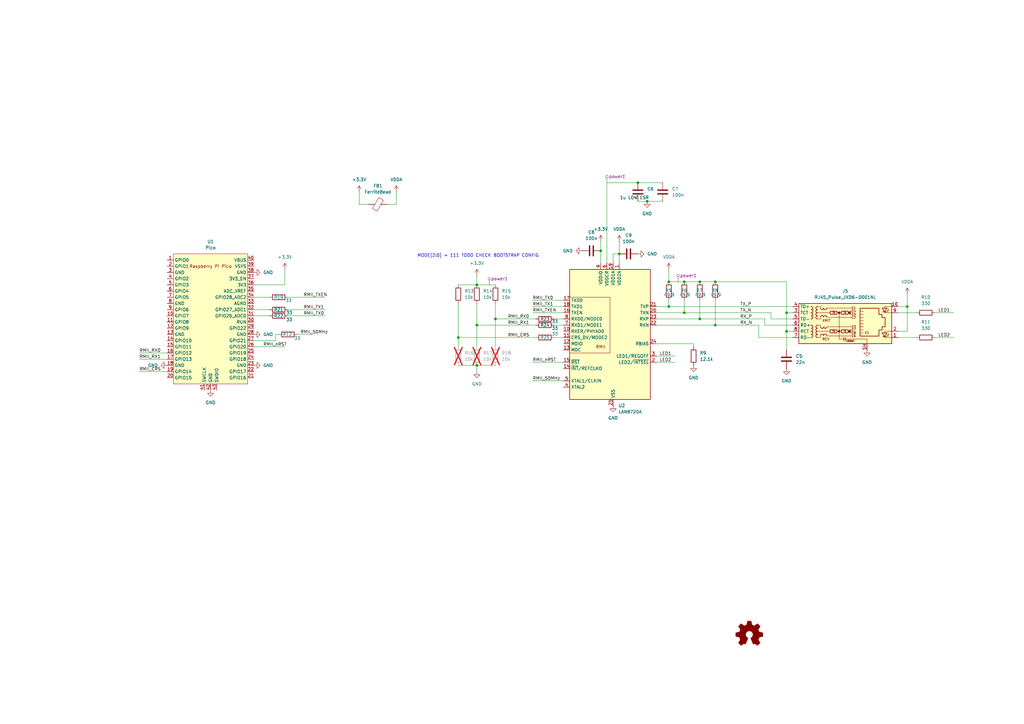
<source format=kicad_sch>
(kicad_sch (version 20250114) (generator "eeschema") (generator_version "9.0")
  (paper "A3")
  (lib_symbols
    (symbol "Connector:RJ45_Pulse_JXD6-0001NL"
      (property "Reference" "J" (at 17.78 10.16 0))
      (property "Value" "RJ45_Pulse_JXD6-0001NL" (at -6.35 10.16 0))
      (symbol "RJ45_Pulse_JXD6-0001NL_0_0"
        (circle (center -1.27 5.08) (radius 0.0001) (stroke (width 0.508)))
        (polyline (pts (xy -1.27 5.08) (xy -1.27 -5.715)))
        (circle (center -1.27 -2.54) (radius 0.0001) (stroke (width 0.508)))
        (polyline (pts (xy 0.635 -5.08) (xy 0.635 -6.35)) (stroke (width 0.254)))
        (polyline (pts (xy 1.27 -5.08) (xy 1.27 -6.35)) (stroke (width 0.254)))
        (polyline (pts (xy 3.048 5.08) (xy 2.54 5.08)))
        (circle (center 3.048 5.08) (radius 0.0001) (stroke (width 0.508)))
        (polyline (pts (xy 3.048 -2.54) (xy 2.54 -2.54)))
        (circle (center 3.048 -2.54) (radius 0.0001) (stroke (width 0.508)))
        (polyline (pts (xy 3.683 5.715) (xy 3.048 5.715) (xy 3.048 4.445) (xy 3.683 4.445)))
        (polyline (pts (xy 3.683 -1.905) (xy 3.048 -1.905) (xy 3.048 -3.175) (xy 3.683 -3.175)))
        (polyline (pts (xy 17.399 6.985) (xy 17.399 7.62) (xy 20.32 7.62)))
        (polyline (pts (xy 17.399 -3.175) (xy 17.399 -2.54) (xy 20.32 -2.54)))
        (polyline (pts (xy 20.32 5.08) (xy 17.399 5.08) (xy 17.399 5.588)))
        (polyline (pts (xy 20.32 -5.08) (xy 17.399 -5.08) (xy 17.399 -4.572)))
        (text "XMIT" (at -8.255 1.905 0) (effects (font (size 1.016 1.016)) (justify left)))
        (text "RCV" (at -8.255 -5.715 0) (effects (font (size 1.016 1.016)) (justify left)))
        (text "C1" (at 4.699 6.985 0) (effects (font (size 0.889 0.889))))
        (text "C4" (at 4.699 5.715 0) (effects (font (size 0.889 0.889))))
        (text "C5" (at 4.699 4.445 0) (effects (font (size 0.889 0.889))))
        (text "C2" (at 4.699 3.175 0) (effects (font (size 0.889 0.889))))
        (text "C3" (at 4.699 -0.635 0) (effects (font (size 0.889 0.889))))
        (text "C7" (at 4.699 -1.905 0) (effects (font (size 0.889 0.889))))
        (text "C8" (at 4.699 -3.175 0) (effects (font (size 0.889 0.889))))
        (text "C6" (at 4.699 -4.445 0) (effects (font (size 0.889 0.889))))
        (text "C1" (at 10.16 -3.175 0) (effects (font (size 0.889 0.889))))
      )
      (symbol "RJ45_Pulse_JXD6-0001NL_0_1"
        (rectangle (start -17.78 8.89) (end 20.32 -7.62) (stroke (width 0.254)) (fill (type background)))
        (polyline (pts (xy -12.7 7.62) (xy -13.081 7.62)))
        (polyline (pts (xy -12.7 5.08) (xy -13.081 5.08)))
        (polyline (pts (xy -12.7 2.54) (xy -13.081 2.54)))
        (polyline (pts (xy -12.7 0) (xy -13.081 0)))
        (polyline (pts (xy -12.7 -2.54) (xy -13.081 -2.54)))
        (polyline (pts (xy -12.7 -5.08) (xy -13.081 -5.08)))
        (polyline (pts (xy -10.16 7.62) (xy -8.89 7.62) (xy -8.89 6.985)))
        (polyline (pts (xy -10.16 0) (xy -8.89 0) (xy -8.89 -0.635)))
        (polyline (pts (xy -8.89 3.175) (xy -8.89 2.54) (xy -10.16 2.54)))
        (polyline (pts (xy -8.89 -4.445) (xy -8.89 -5.08) (xy -10.16 -5.08)))
        (polyline (pts (xy -6.35 6.985) (xy 3.683 6.985)))
        (polyline (pts (xy -6.35 3.175) (xy 3.683 3.175)))
        (polyline (pts (xy -6.35 -4.445) (xy 3.683 -4.445)))
        (polyline (pts (xy -6.223 -0.635) (xy 3.683 -0.635)))
        (polyline (pts (xy -5.08 -2.54) (xy -10.16 -2.54)))
        (polyline (pts (xy -4.953 5.08) (xy -10.16 5.08)))
        (polyline (pts (xy -2.159 5.08) (xy -0.381 5.08)))
        (polyline (pts (xy -2.159 -2.54) (xy -0.381 -2.54)))
        (polyline (pts (xy 0.635 -5.715) (xy -1.27 -5.715)))
        (polyline (pts (xy 7.4295 3.1115) (xy 8.6995 3.1115)))
        (polyline (pts (xy 7.4295 1.8415) (xy 8.6995 1.8415)))
        (polyline (pts (xy 7.4295 0.5715) (xy 8.6995 0.5715)))
        (polyline (pts (xy 7.4295 -0.6985) (xy 8.6995 -0.6985)))
        (polyline (pts (xy 7.4295 -1.9685) (xy 8.6995 -1.9685)))
        (polyline (pts (xy 8.6995 5.6515) (xy 7.4295 5.6515)))
        (polyline (pts (xy 8.6995 4.3815) (xy 7.4295 4.3815)))
        (polyline (pts (xy 8.6995 -3.2385) (xy 7.4295 -3.2385)))
        (polyline (pts (xy 10.16 -5.715) (xy 1.27 -5.715)))
        (polyline (pts (xy 10.16 -5.715) (xy 10.16 -7.62)))
      )
      (symbol "RJ45_Pulse_JXD6-0001NL_1_0"
        (text "1000pF" (at 3.302 -6.477 0) (effects (font (size 0.635 0.635))))
      )
      (symbol "RJ45_Pulse_JXD6-0001NL_1_1"
        (arc (start -12.7 0) (mid -12.0677 -0.635) (end -12.7 -1.27) (stroke (width 0.254)))
        (arc (start -12.6973 7.62) (mid -12.065 6.985) (end -12.6973 6.35) (stroke (width 0.254)))
        (arc (start -12.6973 -1.27) (mid -12.065 -1.905) (end -12.6973 -2.54) (stroke (width 0.254)))
        (arc (start -12.6973 -2.54) (mid -12.065 -3.175) (end -12.6973 -3.81) (stroke (width 0.254)))
        (arc (start -12.6973 -3.81) (mid -12.065 -4.445) (end -12.6973 -5.08) (stroke (width 0.254)))
        (arc (start -12.6946 6.35) (mid -12.0623 5.715) (end -12.6946 5.08) (stroke (width 0.254)))
        (arc (start -12.6946 5.08) (mid -12.0623 4.445) (end -12.6946 3.81) (stroke (width 0.254)))
        (arc (start -12.6946 3.81) (mid -12.0623 3.175) (end -12.6946 2.54) (stroke (width 0.254)))
        (arc (start -10.1654 6.35) (mid -10.7977 6.985) (end -10.1654 7.62) (stroke (width 0.254)))
        (arc (start -10.1654 5.08) (mid -10.7977 5.715) (end -10.1654 6.35) (stroke (width 0.254)))
        (arc (start -10.1654 3.81) (mid -10.7977 4.445) (end -10.1654 5.08) (stroke (width 0.254)))
        (arc (start -10.1654 -1.27) (mid -10.7977 -0.635) (end -10.1654 0) (stroke (width 0.254)))
        (arc (start -10.1654 -2.54) (mid -10.7977 -1.905) (end -10.1654 -1.27) (stroke (width 0.254)))
        (arc (start -10.1654 -3.81) (mid -10.7977 -3.175) (end -10.1654 -2.54) (stroke (width 0.254)))
        (arc (start -10.1627 2.54) (mid -10.795 3.175) (end -10.1627 3.81) (stroke (width 0.254)))
        (arc (start -10.1627 -5.08) (mid -10.795 -4.445) (end -10.1627 -3.81) (stroke (width 0.254)))
        (arc (start -7.62 6.9823) (mid -8.255 6.35) (end -8.89 6.9823) (stroke (width 0.254)))
        (arc (start -8.89 3.3047) (mid -8.255 3.937) (end -7.62 3.3047) (stroke (width 0.254)))
        (arc (start -8.89 -4.3153) (mid -8.255 -3.683) (end -7.62 -4.3153) (stroke (width 0.254)))
        (arc (start -7.5565 -0.7012) (mid -8.1915 -1.3335) (end -8.8265 -0.7012) (stroke (width 0.254)))
        (arc (start -6.35 6.985) (mid -6.985 6.3527) (end -7.62 6.985) (stroke (width 0.254)))
        (arc (start -7.62 3.3074) (mid -6.985 3.9397) (end -6.35 3.3074) (stroke (width 0.254)))
        (arc (start -7.62 -4.3126) (mid -6.985 -3.6803) (end -6.35 -4.3126) (stroke (width 0.254)))
        (arc (start -6.2865 -0.6985) (mid -6.9215 -1.3308) (end -7.5565 -0.6985) (stroke (width 0.254)))
        (rectangle (start -4.953 5.715) (end -2.159 4.445) (stroke (width 0.254)))
        (rectangle (start -4.953 -1.905) (end -2.159 -3.175) (stroke (width 0.254)))
        (rectangle (start -0.381 5.715) (end 2.413 4.445) (stroke (width 0.254)))
        (rectangle (start -0.381 -1.905) (end 2.413 -3.175) (stroke (width 0.254)))
        (polyline (pts (xy 7.3025 -4.5085) (xy 7.3025 6.9215) (xy 15.0495 6.9215) (xy 15.0495 4.3815) (xy 16.3195 4.3815) (xy 16.3195 3.1115) (xy 17.5895 3.1115) (xy 17.5895 -0.6985) (xy 16.3195 -0.6985) (xy 16.3195 -1.9685) (xy 15.0495 -1.9685) (xy 15.0495 -4.5085) (xy 7.3025 -4.5085)) (stroke (width 0.254)))
        (polyline (pts (xy 18.161 5.461) (xy 16.637 5.461)) (stroke (width 0.254)))
        (polyline (pts (xy 18.161 -4.699) (xy 16.637 -4.699)) (stroke (width 0.254)))
        (polyline (pts (xy 18.288 6.985) (xy 16.383 6.985) (xy 17.399 5.461) (xy 18.288 6.985)) (stroke (width 0.254)))
        (polyline (pts (xy 18.288 6.096) (xy 18.796 5.588) (xy 18.542 5.588)))
        (polyline (pts (xy 18.288 -3.175) (xy 16.383 -3.175) (xy 17.399 -4.699) (xy 18.288 -3.175)) (stroke (width 0.254)))
        (polyline (pts (xy 18.288 -4.064) (xy 18.796 -4.572) (xy 18.542 -4.572)))
        (polyline (pts (xy 18.542 6.731) (xy 19.05 6.223) (xy 18.796 6.223)))
        (polyline (pts (xy 18.542 -3.429) (xy 19.05 -3.937) (xy 18.796 -3.937)))
        (polyline (pts (xy 18.796 5.588) (xy 18.796 5.842)))
        (polyline (pts (xy 18.796 -4.572) (xy 18.796 -4.318)))
        (polyline (pts (xy 19.05 6.223) (xy 19.05 6.477)))
        (polyline (pts (xy 19.05 -3.937) (xy 19.05 -3.683)))
        (text "75" (at -3.556 5.08 0) (effects (font (size 0.635 0.635))))
        (text "75" (at -3.556 -2.54 0) (effects (font (size 0.635 0.635))))
        (text "75" (at 1.016 5.08 0) (effects (font (size 0.635 0.635))))
        (text "75" (at 1.016 -2.54 0) (effects (font (size 0.635 0.635))))
        (pin passive line (at -20.32 7.62 0) (length 2.54) (name "TD+") (number "4"))
        (pin passive line (at -20.32 5.08 0) (length 2.54) (name "TCT") (number "3"))
        (pin passive line (at -20.32 2.54 0) (length 2.54) (name "TD-") (number "5"))
        (pin passive line (at -20.32 0 0) (length 2.54) (name "RD+") (number "6"))
        (pin passive line (at -20.32 -2.54 0) (length 2.54) (name "RCT") (number "8"))
        (pin passive line (at -20.32 -5.08 0) (length 2.54) (name "RD-") (number "7"))
        (pin power_in line (at 10.16 -10.16 90) (length 2.54) (name "") (number "SH"))
        (pin passive line (at 22.86 7.62 180) (length 2.54) (name "") (number "10"))
        (pin passive line (at 22.86 5.08 180) (length 2.54) (name "") (number "9"))
        (pin passive line (at 22.86 -2.54 180) (length 2.54) (name "") (number "2"))
        (pin passive line (at 22.86 -5.08 180) (length 2.54) (name "") (number "1"))
      )
    )
    (symbol "Device:C" (pin_numbers (hide yes)) (pin_names (offset 0.254))
      (property "Reference" "C" (at 0.635 2.54 0))
      (property "Value" "C" (at 0.635 -2.54 0))
      (symbol "C_0_1"
        (polyline (pts (xy -2.032 0.762) (xy 2.032 0.762)) (stroke (width 0.508)))
        (polyline (pts (xy -2.032 -0.762) (xy 2.032 -0.762)) (stroke (width 0.508)))
      )
      (symbol "C_1_1"
        (pin passive line (at 0 3.81 270) (length 2.794) (name "~") (number "1"))
        (pin passive line (at 0 -3.81 90) (length 2.794) (name "~") (number "2"))
      )
    )
    (symbol "Device:FerriteBead" (pin_numbers (hide yes)) (pin_names (offset 0))
      (property "Reference" "FB" (at -3.81 0.635 90))
      (property "Value" "FerriteBead" (at 3.81 0 90))
      (symbol "FerriteBead_0_1"
        (polyline (pts (xy -2.7686 0.4064) (xy -1.7018 2.2606) (xy 2.7686 -0.3048) (xy 1.6764 -2.159) (xy -2.7686 0.4064)))
        (polyline (pts (xy 0 1.27) (xy 0 1.2954)))
        (polyline (pts (xy 0 -1.27) (xy 0 -1.2192)))
      )
      (symbol "FerriteBead_1_1"
        (pin passive line (at 0 3.81 270) (length 2.54) (name "~") (number "1"))
        (pin passive line (at 0 -3.81 90) (length 2.54) (name "~") (number "2"))
      )
    )
    (symbol "Device:R" (pin_numbers (hide yes)) (pin_names (offset 0))
      (property "Reference" "R" (at 2.032 0 90))
      (property "Value" "R" (at 0 0 90))
      (symbol "R_0_1"
        (rectangle (start -1.016 -2.54) (end 1.016 2.54) (stroke (width 0.254)))
      )
      (symbol "R_1_1"
        (pin passive line (at 0 3.81 270) (length 1.27) (name "~") (number "1"))
        (pin passive line (at 0 -3.81 90) (length 1.27) (name "~") (number "2"))
      )
    )
    (symbol "GND_1" (power) (pin_numbers (hide yes)) (pin_names (offset 0) (hide yes))
      (property "Value" "GND" (at 0 -3.81 0))
      (symbol "GND_1_0_1"
        (polyline (pts (xy 0 0) (xy 0 -1.27) (xy 1.27 -1.27) (xy 0 -2.54) (xy -1.27 -1.27) (xy 0 -1.27)))
      )
      (symbol "GND_1_1_1"
        (pin power_in line (at 0 0 270) (length 0) (name "~") (number "1"))
      )
    )
    (symbol "GND_2" (power) (pin_numbers (hide yes)) (pin_names (offset 0) (hide yes))
      (property "Value" "GND" (at 0 -3.81 0))
      (symbol "GND_2_0_1"
        (polyline (pts (xy 0 0) (xy 0 -1.27) (xy 1.27 -1.27) (xy 0 -2.54) (xy -1.27 -1.27) (xy 0 -1.27)))
      )
      (symbol "GND_2_1_1"
        (pin power_in line (at 0 0 270) (length 0) (name "~") (number "1"))
      )
    )
    (symbol "GND_3" (power) (pin_numbers (hide yes)) (pin_names (offset 0) (hide yes))
      (property "Value" "GND" (at 0 -3.81 0))
      (symbol "GND_3_0_1"
        (polyline (pts (xy 0 0) (xy 0 -1.27) (xy 1.27 -1.27) (xy 0 -2.54) (xy -1.27 -1.27) (xy 0 -1.27)))
      )
      (symbol "GND_3_1_1"
        (pin power_in line (at 0 0 270) (length 0) (name "~") (number "1"))
      )
    )
    (symbol "Graphic:Logo_Open_Hardware_Small" (in_bom no) (on_board no)
      (symbol "Logo_Open_Hardware_Small_0_1"
        (polyline (pts (xy 3.3528 -4.3434) (xy 3.302 -4.318) (xy 3.175 -4.2418) (xy 2.9972 -4.1148) (xy 2.7686 -3.9624) (xy 2.54 -3.81) (xy 2.3622 -3.7084) (xy 2.2352 -3.6068) (xy 2.1844 -3.5814) (xy 2.159 -3.6068) (xy 2.0574 -3.6576) (xy 1.905 -3.7338) (xy 1.8034 -3.7846) (xy 1.6764 -3.8354) (xy 1.6002 -3.8354) (xy 1.6002 -3.8354) (xy 1.5494 -3.7338) (xy 1.4732 -3.5306) (xy 1.3462 -3.302) (xy 1.2446 -3.0226) (xy 1.1176 -2.7178) (xy 0.9652 -2.413) (xy 0.8636 -2.1082) (xy 0.7366 -1.8288) (xy 0.6604 -1.6256) (xy 0.6096 -1.4732) (xy 0.5842 -1.397) (xy 0.5842 -1.397) (xy 0.6604 -1.3208) (xy 0.7874 -1.2446) (xy 1.0414 -1.016) (xy 1.2954 -0.6858) (xy 1.4478 -0.3302) (xy 1.524 0.0762) (xy 1.4732 0.4572) (xy 1.3208 0.8128) (xy 1.0668 1.143) (xy 0.762 1.3716) (xy 0.4064 1.524) (xy 0 1.5748) (xy -0.381 1.5494) (xy -0.7366 1.397) (xy -1.0668 1.143) (xy -1.2192 0.9906) (xy -1.397 0.6604) (xy -1.524 0.3048) (xy -1.524 0.2286) (xy -1.4986 -0.1778) (xy -1.397 -0.5334) (xy -1.1938 -0.8636) (xy -0.9144 -1.143) (xy -0.8636 -1.1684) (xy -0.7366 -1.27) (xy -0.635 -1.3462) (xy -0.5842 -1.397) (xy -1.0668 -2.5908) (xy -1.143 -2.794) (xy -1.2954 -3.1242) (xy -1.397 -3.4036) (xy -1.4986 -3.6322) (xy -1.5748 -3.7846) (xy -1.6002 -3.8354) (xy -1.6002 -3.8354) (xy -1.651 -3.8354) (xy -1.7272 -3.81) (xy -1.905 -3.7338) (xy -2.0066 -3.683) (xy -2.1336 -3.6068) (xy -2.2098 -3.5814) (xy -2.2606 -3.6068) (xy -2.3622 -3.683) (xy -2.54 -3.81) (xy -2.7686 -3.9624) (xy -2.9718 -4.0894) (xy -3.1496 -4.2164) (xy -3.302 -4.318) (xy -3.3528 -4.3434) (xy -3.3782 -4.3434) (xy -3.429 -4.318) (xy -3.5306 -4.2164) (xy -3.7084 -4.064) (xy -3.937 -3.8354) (xy -3.9624 -3.81) (xy -4.1656 -3.6068) (xy -4.318 -3.4544) (xy -4.4196 -3.3274) (xy -4.445 -3.2766) (xy -4.445 -3.2766) (xy -4.4196 -3.2258) (xy -4.318 -3.0734) (xy -4.2164 -2.8956) (xy -4.064 -2.667) (xy -3.6576 -2.0828) (xy -3.8862 -1.5494) (xy -3.937 -1.3716) (xy -4.0386 -1.1684) (xy -4.0894 -1.0414) (xy -4.1148 -0.9652) (xy -4.191 -0.9398) (xy -4.318 -0.9144) (xy -4.5466 -0.8636) (xy -4.8006 -0.8128) (xy -5.0546 -0.7874) (xy -5.2578 -0.7366) (xy -5.4356 -0.7112) (xy -5.5118 -0.6858) (xy -5.5118 -0.6858) (xy -5.5372 -0.635) (xy -5.5372 -0.5588) (xy -5.5372 -0.4318) (xy -5.5626 -0.2286) (xy -5.5626 0.0762) (xy -5.5626 0.127) (xy -5.5372 0.4064) (xy -5.5372 0.635) (xy -5.5372 0.762) (xy -5.5372 0.8382) (xy -5.5372 0.8382) (xy -5.461 0.8382) (xy -5.3086 0.889) (xy -5.08 0.9144) (xy -4.826 0.9652) (xy -4.8006 0.9906) (xy -4.5466 1.0414) (xy -4.318 1.0668) (xy -4.1656 1.1176) (xy -4.0894 1.143) (xy -4.0894 1.143) (xy -4.0386 1.2446) (xy -3.9624 1.4224) (xy -3.8608 1.6256) (xy -3.7846 1.8288) (xy -3.7084 2.0066) (xy -3.6576 2.159) (xy -3.6322 2.2098) (xy -3.6322 2.2098) (xy -3.683 2.286) (xy -3.7592 2.413) (xy -3.8862 2.5908) (xy -4.064 2.8194) (xy -4.064 2.8448) (xy -4.2164 3.0734) (xy -4.3434 3.2512) (xy -4.4196 3.3782) (xy -4.445 3.4544) (xy -4.445 3.4544) (xy -4.3942 3.5052) (xy -4.2926 3.6322) (xy -4.1148 3.81) (xy -3.937 4.0132) (xy -3.8608 4.064) (xy -3.6576 4.2926) (xy -3.5052 4.4196) (xy -3.4036 4.4958) (xy -3.3528 4.5212) (xy -3.3528 4.5212) (xy -3.302 4.4704) (xy -3.1496 4.3688) (xy -2.9718 4.2418) (xy -2.7432 4.0894) (xy -2.7178 4.0894) (xy -2.4892 3.937) (xy -2.3114 3.81) (xy -2.1844 3.7084) (xy -2.1336 3.683) (xy -2.1082 3.683) (xy -2.032 3.7084) (xy -1.8542 3.7592) (xy -1.6764 3.8354) (xy -1.4732 3.937) (xy -1.27 4.0132) (xy -1.143 4.064) (xy -1.0668 4.1148) (xy -1.0668 4.1148) (xy -1.0414 4.191) (xy -1.016 4.3434) (xy -0.9652 4.572) (xy -0.9144 4.8514) (xy -0.889 4.9022) (xy -0.8382 5.1562) (xy -0.8128 5.3848) (xy -0.7874 5.5372) (xy -0.762 5.588) (xy -0.7112 5.6134) (xy -0.5842 5.6134) (xy -0.4064 5.6134) (xy -0.1524 5.6134) (xy 0.0762 5.6134) (xy 0.3302 5.6134) (xy 0.5334 5.6134) (xy 0.6858 5.588) (xy 0.7366 5.588) (xy 0.7366 5.588) (xy 0.762 5.5118) (xy 0.8128 5.334) (xy 0.8382 5.1054) (xy 0.9144 4.826) (xy 0.9144 4.7752) (xy 0.9652 4.5212) (xy 1.016 4.2926) (xy 1.0414 4.1402) (xy 1.0668 4.0894) (xy 1.0668 4.0894) (xy 1.1938 4.0386) (xy 1.3716 3.9624) (xy 1.5748 3.8608) (xy 2.0828 3.6576) (xy 2.7178 4.0894) (xy 2.7686 4.1402) (xy 2.9972 4.2926) (xy 3.175 4.4196) (xy 3.302 4.4958) (xy 3.3782 4.5212) (xy 3.3782 4.5212) (xy 3.429 4.4704) (xy 3.556 4.3434) (xy 3.7338 4.191) (xy 3.9116 3.9878) (xy 4.064 3.8354) (xy 4.2418 3.6576) (xy 4.3434 3.556) (xy 4.4196 3.4798) (xy 4.4196 3.429) (xy 4.4196 3.4036) (xy 4.3942 3.3274) (xy 4.2926 3.2004) (xy 4.1656 2.9972) (xy 4.0132 2.794) (xy 3.8862 2.5908) (xy 3.7592 2.3876) (xy 3.6576 2.2352) (xy 3.6322 2.159) (xy 3.6322 2.1336) (xy 3.683 2.0066) (xy 3.7592 1.8288) (xy 3.8608 1.6002) (xy 4.064 1.1176) (xy 4.3942 1.0414) (xy 4.5974 1.016) (xy 4.8768 0.9652) (xy 5.1308 0.9144) (xy 5.5372 0.8382) (xy 5.5626 -0.6604) (xy 5.4864 -0.6858) (xy 5.4356 -0.6858) (xy 5.2832 -0.7366) (xy 5.0546 -0.762) (xy 4.8006 -0.8128) (xy 4.5974 -0.8636) (xy 4.3688 -0.9144) (xy 4.2164 -0.9398) (xy 4.1402 -0.9398) (xy 4.1148 -0.9652) (xy 4.064 -1.0668) (xy 3.9878 -1.2446) (xy 3.9116 -1.4478) (xy 3.81 -1.651) (xy 3.7338 -1.8542) (xy 3.683 -2.0066) (xy 3.6576 -2.0828) (xy 3.683 -2.1336) (xy 3.7846 -2.2606) (xy 3.8862 -2.4638) (xy 4.0386 -2.667) (xy 4.191 -2.8956) (xy 4.318 -3.0734) (xy 4.3942 -3.2004) (xy 4.445 -3.2766) (xy 4.4196 -3.3274) (xy 4.3434 -3.429) (xy 4.1656 -3.5814) (xy 3.937 -3.8354) (xy 3.8862 -3.8608) (xy 3.683 -4.064) (xy 3.5306 -4.2164) (xy 3.4036 -4.318) (xy 3.3528 -4.3434)) (fill (type outline)))
      )
    )
    (symbol "Interface_Ethernet:LAN8720A"
      (property "Reference" "U" (at -13.97 29.21 0))
      (property "Value" "LAN8720A" (at 15.24 29.21 0))
      (symbol "LAN8720A_0_0"
        (text "RMII" (at -5.08 -3.81 0) (effects (font (size 1.27 1.27))))
      )
      (symbol "LAN8720A_0_1"
        (rectangle (start -17.78 27.94) (end 15.24 -25.4) (stroke (width 0.254)) (fill (type background)))
        (polyline (pts (xy -17.78 -6.35) (xy -1.27 -6.35) (xy -1.27 16.51) (xy -17.78 16.51)))
      )
      (symbol "LAN8720A_1_1"
        (pin input line (at -20.32 15.24 0) (length 2.54) (name "TXD0") (number "17"))
        (pin input line (at -20.32 12.7 0) (length 2.54) (name "TXD1") (number "18"))
        (pin input line (at -20.32 10.16 0) (length 2.54) (name "TXEN") (number "16"))
        (pin bidirectional line (at -20.32 7.62 0) (length 2.54) (name "RXD0/MODE0") (number "8"))
        (pin bidirectional line (at -20.32 5.08 0) (length 2.54) (name "RXD1/MODE1") (number "7"))
        (pin output line (at -20.32 2.54 0) (length 2.54) (name "RXER/PHYAD0") (number "10"))
        (pin bidirectional line (at -20.32 0 0) (length 2.54) (name "CRS_DV/MODE2") (number "11"))
        (pin bidirectional line (at -20.32 -2.54 0) (length 2.54) (name "MDIO") (number "12"))
        (pin input line (at -20.32 -5.08 0) (length 2.54) (name "MDC") (number "13"))
        (pin input line (at -20.32 -10.16 0) (length 2.54) (name "~{RST}") (number "15"))
        (pin output line (at -20.32 -12.7 0) (length 2.54) (name "~{INT}/REFCLKO") (number "14"))
        (pin input line (at -20.32 -17.78 0) (length 2.54) (name "XTAL1/CLKIN") (number "5"))
        (pin output line (at -20.32 -20.32 0) (length 2.54) (name "XTAL2") (number "4"))
        (pin power_in line (at -5.08 30.48 270) (length 2.54) (name "VDDIO") (number "9"))
        (pin power_in line (at -2.54 30.48 270) (length 2.54) (name "VDDCR") (number "6"))
        (pin power_in line (at 0 30.48 270) (length 2.54) (name "VDD1A") (number "19"))
        (pin power_in line (at 0 -27.94 90) (length 2.54) (name "VSS") (number "25"))
        (pin power_in line (at 2.54 30.48 270) (length 2.54) (name "VDD2A") (number "1"))
        (pin bidirectional line (at 17.78 12.7 180) (length 2.54) (name "TXP") (number "21"))
        (pin bidirectional line (at 17.78 10.16 180) (length 2.54) (name "TXN") (number "20"))
        (pin bidirectional line (at 17.78 7.62 180) (length 2.54) (name "RXP") (number "23"))
        (pin bidirectional line (at 17.78 5.08 180) (length 2.54) (name "RXN") (number "22"))
        (pin passive line (at 17.78 -2.54 180) (length 2.54) (name "RBIAS") (number "24"))
        (pin bidirectional line (at 17.78 -7.62 180) (length 2.54) (name "LED1/REGOFF") (number "3"))
        (pin bidirectional line (at 17.78 -10.16 180) (length 2.54) (name "LED2/~{INTSEL}") (number "2"))
      )
    )
    (symbol "MCU_RaspberryPi_and_Boards:Pico"
      (property "Reference" "U" (at -13.97 27.94 0))
      (property "Value" "Pico" (at 0 19.05 0))
      (symbol "Pico_0_0"
        (text "Raspberry Pi Pico" (at 0 21.59 0) (effects (font (size 1.27 1.27))))
      )
      (symbol "Pico_0_1"
        (rectangle (start -15.24 26.67) (end 15.24 -26.67) (fill (type background)))
      )
      (symbol "Pico_1_1"
        (pin bidirectional line (at -17.78 24.13 0) (length 2.54) (name "GPIO0") (number "1"))
        (pin bidirectional line (at -17.78 21.59 0) (length 2.54) (name "GPIO1") (number "2"))
        (pin power_in line (at -17.78 19.05 0) (length 2.54) (name "GND") (number "3"))
        (pin bidirectional line (at -17.78 16.51 0) (length 2.54) (name "GPIO2") (number "4"))
        (pin bidirectional line (at -17.78 13.97 0) (length 2.54) (name "GPIO3") (number "5"))
        (pin bidirectional line (at -17.78 11.43 0) (length 2.54) (name "GPIO4") (number "6"))
        (pin bidirectional line (at -17.78 8.89 0) (length 2.54) (name "GPIO5") (number "7"))
        (pin power_in line (at -17.78 6.35 0) (length 2.54) (name "GND") (number "8"))
        (pin bidirectional line (at -17.78 3.81 0) (length 2.54) (name "GPIO6") (number "9"))
        (pin bidirectional line (at -17.78 1.27 0) (length 2.54) (name "GPIO7") (number "10"))
        (pin bidirectional line (at -17.78 -1.27 0) (length 2.54) (name "GPIO8") (number "11"))
        (pin bidirectional line (at -17.78 -3.81 0) (length 2.54) (name "GPIO9") (number "12"))
        (pin power_in line (at -17.78 -6.35 0) (length 2.54) (name "GND") (number "13"))
        (pin bidirectional line (at -17.78 -8.89 0) (length 2.54) (name "GPIO10") (number "14"))
        (pin bidirectional line (at -17.78 -11.43 0) (length 2.54) (name "GPIO11") (number "15"))
        (pin bidirectional line (at -17.78 -13.97 0) (length 2.54) (name "GPIO12") (number "16"))
        (pin bidirectional line (at -17.78 -16.51 0) (length 2.54) (name "GPIO13") (number "17"))
        (pin power_in line (at -17.78 -19.05 0) (length 2.54) (name "GND") (number "18"))
        (pin bidirectional line (at -17.78 -21.59 0) (length 2.54) (name "GPIO14") (number "19"))
        (pin bidirectional line (at -17.78 -24.13 0) (length 2.54) (name "GPIO15") (number "20"))
        (pin input line (at -2.54 -29.21 90) (length 2.54) (name "SWCLK") (number "41"))
        (pin power_in line (at 0 -29.21 90) (length 2.54) (name "GND") (number "42"))
        (pin bidirectional line (at 2.54 -29.21 90) (length 2.54) (name "SWDIO") (number "43"))
        (pin power_in line (at 17.78 24.13 180) (length 2.54) (name "VBUS") (number "40"))
        (pin power_in line (at 17.78 21.59 180) (length 2.54) (name "VSYS") (number "39"))
        (pin bidirectional line (at 17.78 19.05 180) (length 2.54) (name "GND") (number "38"))
        (pin input line (at 17.78 16.51 180) (length 2.54) (name "3V3_EN") (number "37"))
        (pin power_in line (at 17.78 13.97 180) (length 2.54) (name "3V3") (number "36"))
        (pin power_in line (at 17.78 11.43 180) (length 2.54) (name "ADC_VREF") (number "35"))
        (pin bidirectional line (at 17.78 8.89 180) (length 2.54) (name "GPIO28_ADC2") (number "34"))
        (pin power_in line (at 17.78 6.35 180) (length 2.54) (name "AGND") (number "33"))
        (pin bidirectional line (at 17.78 3.81 180) (length 2.54) (name "GPIO27_ADC1") (number "32"))
        (pin bidirectional line (at 17.78 1.27 180) (length 2.54) (name "GPIO26_ADC0") (number "31"))
        (pin input line (at 17.78 -1.27 180) (length 2.54) (name "RUN") (number "30"))
        (pin bidirectional line (at 17.78 -3.81 180) (length 2.54) (name "GPIO22") (number "29"))
        (pin power_in line (at 17.78 -6.35 180) (length 2.54) (name "GND") (number "28"))
        (pin bidirectional line (at 17.78 -8.89 180) (length 2.54) (name "GPIO21") (number "27"))
        (pin bidirectional line (at 17.78 -11.43 180) (length 2.54) (name "GPIO20") (number "26"))
        (pin bidirectional line (at 17.78 -13.97 180) (length 2.54) (name "GPIO19") (number "25"))
        (pin bidirectional line (at 17.78 -16.51 180) (length 2.54) (name "GPIO18") (number "24"))
        (pin power_in line (at 17.78 -19.05 180) (length 2.54) (name "GND") (number "23"))
        (pin bidirectional line (at 17.78 -21.59 180) (length 2.54) (name "GPIO17") (number "22"))
        (pin bidirectional line (at 17.78 -24.13 180) (length 2.54) (name "GPIO16") (number "21"))
      )
    )
    (symbol "power:+3.3V" (power) (pin_names (offset 0))
      (property "Value" "+3.3V" (at 0 3.556 0))
      (symbol "+3.3V_0_1"
        (polyline (pts (xy -0.762 1.27) (xy 0 2.54)))
        (polyline (pts (xy 0 2.54) (xy 0.762 1.27)))
        (polyline (pts (xy 0 0) (xy 0 2.54)))
      )
      (symbol "+3.3V_1_1"
        (pin power_in line (at 0 0 90) (length 0) (hide yes) (name "+3.3V") (number "1"))
      )
    )
    (symbol "power:GND" (power) (pin_names (offset 0))
      (property "Value" "GND" (at 0 -3.81 0))
      (symbol "GND_0_1"
        (polyline (pts (xy 0 0) (xy 0 -1.27) (xy 1.27 -1.27) (xy 0 -2.54) (xy -1.27 -1.27) (xy 0 -1.27)))
      )
      (symbol "GND_1_1"
        (pin power_in line (at 0 0 270) (length 0) (hide yes) (name "GND") (number "1"))
      )
    )
    (symbol "power:VDDA" (power) (pin_numbers (hide yes)) (pin_names (offset 0) (hide yes))
      (property "Value" "VDDA" (at 0 3.556 0))
      (symbol "VDDA_0_1"
        (polyline (pts (xy -0.762 1.27) (xy 0 2.54)))
        (polyline (pts (xy 0 2.54) (xy 0.762 1.27)))
        (polyline (pts (xy 0 0) (xy 0 2.54)))
      )
      (symbol "VDDA_1_1"
        (pin power_in line (at 0 0 90) (length 0) (name "~") (number "1"))
      )
    )
  )
  (text "MODE[2:0] = 111 TODO CHECK BOOTSTRAP CONFIG\n" (at 196.088 104.902 0) (effects (font (size 1.27 1.27))))
  (junction (at 322.58 135.89))
  (junction (at 280.67 115.57))
  (junction (at 287.02 130.81))
  (junction (at 246.38 102.87))
  (junction (at 261.62 74.93))
  (junction (at 280.67 128.27))
  (junction (at 274.32 115.57))
  (junction (at 195.58 149.86))
  (junction (at 322.58 128.27))
  (junction (at 187.96 138.43))
  (junction (at 195.58 133.35))
  (junction (at 287.02 115.57))
  (junction (at 293.37 133.35))
  (junction (at 265.43 82.55))
  (junction (at 203.2 130.81))
  (junction (at 254 104.14))
  (junction (at 195.58 116.84))
  (junction (at 274.32 125.73))
  (junction (at 293.37 115.57))
  (junction (at 372.11 125.73))
  (wire (pts (xy 57.15 152.4) (xy 68.58 152.4)))
  (wire (pts (xy 187.96 138.43) (xy 219.71 138.43)))
  (wire (pts (xy 311.15 133.35) (xy 311.15 138.43)))
  (wire (pts (xy 372.11 125.73) (xy 372.11 120.65)))
  (wire (pts (xy 218.44 123.19) (xy 231.14 123.19)))
  (wire (pts (xy 383.54 128.27) (xy 391.16 128.27)))
  (wire (pts (xy 187.96 138.43) (xy 187.96 142.24)))
  (wire (pts (xy 287.02 130.81) (xy 313.69 130.81)))
  (wire (pts (xy 269.24 130.81) (xy 287.02 130.81)))
  (wire (pts (xy 287.02 115.57) (xy 293.37 115.57)))
  (wire (pts (xy 254 104.14) (xy 254 107.95)))
  (wire (pts (xy 227.33 138.43) (xy 231.14 138.43)))
  (wire (pts (xy 248.92 74.93) (xy 248.92 107.95)))
  (wire (pts (xy 104.14 127) (xy 110.49 127)))
  (wire (pts (xy 113.03 139.7) (xy 104.14 139.7)))
  (wire (pts (xy 368.3 125.73) (xy 372.11 125.73)))
  (wire (pts (xy 280.67 115.57) (xy 287.02 115.57)))
  (wire (pts (xy 274.32 125.73) (xy 274.32 123.19)))
  (wire (pts (xy 104.14 121.92) (xy 110.49 121.92)))
  (wire (pts (xy 121.92 137.16) (xy 128.27 137.16)))
  (wire (pts (xy 118.11 129.54) (xy 133.35 129.54)))
  (wire (pts (xy 322.58 128.27) (xy 325.12 128.27)))
  (wire (pts (xy 195.58 113.03) (xy 195.58 116.84)))
  (wire (pts (xy 274.32 115.57) (xy 280.67 115.57)))
  (wire (pts (xy 269.24 133.35) (xy 293.37 133.35)))
  (wire (pts (xy 246.38 102.87) (xy 246.38 107.95)))
  (wire (pts (xy 251.46 104.14) (xy 254 104.14)))
  (wire (pts (xy 203.2 124.46) (xy 203.2 130.81)))
  (wire (pts (xy 203.2 130.81) (xy 203.2 142.24)))
  (wire (pts (xy 158.75 83.82) (xy 162.56 83.82)))
  (wire (pts (xy 274.32 110.49) (xy 274.32 115.57)))
  (wire (pts (xy 195.58 124.46) (xy 195.58 133.35)))
  (wire (pts (xy 316.23 128.27) (xy 316.23 130.81)))
  (wire (pts (xy 284.48 140.97) (xy 284.48 142.24)))
  (wire (pts (xy 162.56 83.82) (xy 162.56 78.74)))
  (wire (pts (xy 280.67 128.27) (xy 316.23 128.27)))
  (wire (pts (xy 261.62 74.93) (xy 271.78 74.93)))
  (wire (pts (xy 383.54 138.43) (xy 391.16 138.43)))
  (wire (pts (xy 187.96 116.84) (xy 195.58 116.84)))
  (wire (pts (xy 269.24 148.59) (xy 276.86 148.59)))
  (wire (pts (xy 293.37 115.57) (xy 322.58 115.57)))
  (wire (pts (xy 218.44 128.27) (xy 231.14 128.27)))
  (wire (pts (xy 218.44 156.21) (xy 231.14 156.21)))
  (wire (pts (xy 227.33 130.81) (xy 231.14 130.81)))
  (wire (pts (xy 269.24 140.97) (xy 284.48 140.97)))
  (wire (pts (xy 293.37 133.35) (xy 293.37 123.19)))
  (wire (pts (xy 311.15 138.43) (xy 325.12 138.43)))
  (wire (pts (xy 104.14 142.24) (xy 116.84 142.24)))
  (wire (pts (xy 187.96 149.86) (xy 195.58 149.86)))
  (wire (pts (xy 218.44 148.59) (xy 231.14 148.59)))
  (wire (pts (xy 203.2 130.81) (xy 219.71 130.81)))
  (wire (pts (xy 368.3 135.89) (xy 372.11 135.89)))
  (wire (pts (xy 187.96 124.46) (xy 187.96 138.43)))
  (wire (pts (xy 368.3 138.43) (xy 375.92 138.43)))
  (wire (pts (xy 104.14 116.84) (xy 116.84 116.84)))
  (wire (pts (xy 322.58 115.57) (xy 322.58 128.27)))
  (wire (pts (xy 104.14 129.54) (xy 110.49 129.54)))
  (wire (pts (xy 218.44 125.73) (xy 231.14 125.73)))
  (wire (pts (xy 313.69 130.81) (xy 313.69 133.35)))
  (wire (pts (xy 313.69 133.35) (xy 325.12 133.35)))
  (wire (pts (xy 265.43 82.55) (xy 271.78 82.55)))
  (wire (pts (xy 116.84 110.49) (xy 116.84 116.84)))
  (wire (pts (xy 322.58 135.89) (xy 322.58 128.27)))
  (wire (pts (xy 322.58 135.89) (xy 322.58 143.51)))
  (wire (pts (xy 261.62 82.55) (xy 265.43 82.55)))
  (wire (pts (xy 118.11 121.92) (xy 133.35 121.92)))
  (wire (pts (xy 118.11 127) (xy 133.35 127)))
  (wire (pts (xy 293.37 133.35) (xy 311.15 133.35)))
  (wire (pts (xy 251.46 107.95) (xy 251.46 104.14)))
  (wire (pts (xy 269.24 125.73) (xy 274.32 125.73)))
  (wire (pts (xy 269.24 128.27) (xy 280.67 128.27)))
  (wire (pts (xy 274.32 125.73) (xy 325.12 125.73)))
  (wire (pts (xy 195.58 149.86) (xy 203.2 149.86)))
  (wire (pts (xy 372.11 135.89) (xy 372.11 125.73)))
  (wire (pts (xy 195.58 149.86) (xy 195.58 152.4)))
  (wire (pts (xy 280.67 128.27) (xy 280.67 123.19)))
  (wire (pts (xy 147.32 78.74) (xy 147.32 83.82)))
  (wire (pts (xy 195.58 133.35) (xy 195.58 142.24)))
  (wire (pts (xy 269.24 146.05) (xy 276.86 146.05)))
  (wire (pts (xy 113.03 137.16) (xy 113.03 139.7)))
  (wire (pts (xy 287.02 130.81) (xy 287.02 123.19)))
  (wire (pts (xy 57.15 144.78) (xy 68.58 144.78)))
  (wire (pts (xy 195.58 133.35) (xy 219.71 133.35)))
  (wire (pts (xy 368.3 128.27) (xy 375.92 128.27)))
  (wire (pts (xy 147.32 83.82) (xy 151.13 83.82)))
  (wire (pts (xy 57.15 147.32) (xy 68.58 147.32)))
  (wire (pts (xy 254 99.06) (xy 254 104.14)))
  (wire (pts (xy 227.33 133.35) (xy 231.14 133.35)))
  (wire (pts (xy 261.62 74.93) (xy 248.92 74.93)))
  (wire (pts (xy 325.12 135.89) (xy 322.58 135.89)))
  (wire (pts (xy 113.03 137.16) (xy 114.3 137.16)))
  (wire (pts (xy 195.58 116.84) (xy 203.2 116.84)))
  (wire (pts (xy 316.23 130.81) (xy 325.12 130.81)))
  (wire (pts (xy 246.38 99.06) (xy 246.38 102.87)))
  (label "TX_P" (at 303.53 125.73 0))
  (label "RMII_TXEN" (at 218.44 128.27 0))
  (label "RMII_TXEN" (at 124.46 121.92 0))
  (label "RMII_CRS" (at 57.15 152.4 0))
  (label "LED2" (at 384.81 138.43 0))
  (label "RMII_CRS" (at 208.28 138.43 0))
  (label "RMII_TX0" (at 218.44 123.19 0))
  (label "RMII_TX1" (at 124.46 127 0))
  (label "RMII_50MHz" (at 123.19 137.16 0))
  (label "RMII_RX1" (at 57.15 147.32 0))
  (label "RMII_RX0" (at 208.28 130.81 0))
  (label "RMII_TX0" (at 124.46 129.54 0))
  (label "RMII_RX1" (at 208.28 133.35 0))
  (label "RX_N" (at 303.53 133.35 0))
  (label "LED1" (at 384.81 128.27 0))
  (label "TX_N" (at 303.53 128.27 0))
  (label "LED1" (at 270.51 146.05 0))
  (label "LED2" (at 270.51 148.59 0))
  (label "RMII_50MHz" (at 218.44 156.21 0))
  (label "RX_P" (at 303.53 130.81 0))
  (label "RMII_RX0" (at 57.15 144.78 0))
  (label "RMII_TX1" (at 218.44 125.73 0))
  (label "RMII_nRST" (at 107.95 142.24 0))
  (label "RMII_nRST" (at 218.44 148.59 0))
  (netclass_flag "" (length 2.54) (shape round) (at 200.66 116.84 0) (property "Netclass" "power1" (at 201.3585 114.3 0) (effects (font (italic yes)) (justify left))))
  (netclass_flag "" (length 2.54) (shape round) (at 278.13 115.57 0) (property "Netclass" "power1" (at 278.8285 113.03 0) (effects (font (italic yes)) (justify left))))
  (netclass_flag "" (length 2.54) (shape round) (at 248.92 74.93 0) (property "Netclass" "power1" (at 249.6185 72.39 0) (effects (font (italic yes)) (justify left))))
  (symbol (lib_name "GND_3") (lib_id "power:GND") (at 322.58 151.13 0) (unit 1)
    (property "Reference" "#PWR030" (effects (hide yes)))
    (property "Value" "GND" (at 322.58 156.21 0))
    (property "Description" "Power symbol creates a global label with name \"GND\" , ground" (effects (hide yes)))
  )
  (symbol (lib_id "Device:R") (at 187.96 120.65 0) (unit 1)
    (property "Reference" "R13" (at 190.5 119.3799 0) (effects (justify left)))
    (property "Value" "10k" (at 190.5 121.9199 0) (effects (justify left)))
    (property "Footprint" "Resistor_SMD:R_0402_1005Metric" (effects (hide yes)))
    (property "Description" "Resistor" (effects (hide yes)))
  )
  (symbol (lib_id "Device:R") (at 118.11 137.16 90) (unit 1)
    (property "Reference" "R12" (at 117.856 137.16 90))
    (property "Value" "33" (at 121.92 138.684 90))
    (property "Footprint" "Resistor_SMD:R_0402_1005Metric" (effects (hide yes)))
    (property "Description" "Resistor" (effects (hide yes)))
  )
  (symbol (lib_id "Device:FerriteBead") (at 154.94 83.82 270) (unit 1)
    (property "Reference" "FB1" (at 154.9908 76.2 90))
    (property "Value" "FerriteBead" (at 154.9908 78.74 90))
    (property "Footprint" "Inductor_SMD:L_0402_1005Metric" (effects (hide yes)))
    (property "Description" "Ferrite bead" (effects (hide yes)))
  )
  (symbol (lib_id "Device:R") (at 195.58 146.05 0) (unit 1) (in_bom no) (dnp yes)
    (property "Reference" "R17" (at 198.12 144.7799 0) (effects (justify left)))
    (property "Value" "10k" (at 198.12 147.3199 0) (effects (justify left)))
    (property "Footprint" "Resistor_SMD:R_0402_1005Metric" (effects (hide yes)))
    (property "Description" "Resistor" (effects (hide yes)))
  )
  (symbol (lib_id "Graphic:Logo_Open_Hardware_Small") (at 307.34 260.35 0) (unit 1) (exclude_from_sim yes) (in_bom no) (on_board no)
    (property "Reference" "#SYM1" (effects (hide yes)))
    (property "Value" "Logo_Open_Hardware_Small" (effects (hide yes)))
    (property "Description" "Open Hardware logo, small" (effects (hide yes)))
  )
  (symbol (lib_id "power:GND") (at 86.36 160.02 0) (unit 1)
    (property "Reference" "#PWR01" (effects (hide yes)))
    (property "Value" "GND" (at 86.36 165.1 0))
  )
  (symbol (lib_id "Device:R") (at 114.3 121.92 90) (unit 1)
    (property "Reference" "R19" (at 114.3 121.92 90))
    (property "Value" "33" (at 118.364 123.19 90))
    (property "Footprint" "Resistor_SMD:R_0402_1005Metric" (effects (hide yes)))
    (property "Description" "Resistor" (effects (hide yes)))
  )
  (symbol (lib_name "GND_2") (lib_id "power:GND") (at 261.62 104.14 90) (unit 1)
    (property "Reference" "#PWR032" (effects (hide yes)))
    (property "Value" "GND" (at 265.43 104.1399 90) (effects (justify right)))
    (property "Description" "Power symbol creates a global label with name \"GND\" , ground" (effects (hide yes)))
  )
  (symbol (lib_name "GND_2") (lib_id "power:GND") (at 265.43 82.55 0) (unit 1)
    (property "Reference" "#PWR031" (effects (hide yes)))
    (property "Value" "GND" (at 265.43 87.63 0))
    (property "Description" "Power symbol creates a global label with name \"GND\" , ground" (effects (hide yes)))
  )
  (symbol (lib_id "Device:R") (at 379.73 128.27 90) (unit 1)
    (property "Reference" "R10" (at 379.73 121.92 90))
    (property "Value" "330" (at 379.73 124.46 90))
    (property "Footprint" "Resistor_SMD:R_0402_1005Metric" (effects (hide yes)))
    (property "Description" "Resistor" (effects (hide yes)))
  )
  (symbol (lib_id "power:VDDA") (at 274.32 110.49 0) (unit 1)
    (property "Reference" "#PWR024" (effects (hide yes)))
    (property "Value" "VDDA" (at 274.32 105.41 0))
    (property "Description" "Power symbol creates a global label with name \"VDDA\"" (effects (hide yes)))
  )
  (symbol (lib_id "Device:R") (at 284.48 146.05 0) (unit 1)
    (property "Reference" "R9" (at 287.02 144.7799 0) (effects (justify left)))
    (property "Value" "12.1k" (at 287.02 147.3199 0) (effects (justify left)))
    (property "Footprint" "Resistor_SMD:R_0402_1005Metric" (effects (hide yes)))
    (property "Description" "Resistor" (effects (hide yes)))
  )
  (symbol (lib_id "Device:R") (at 379.73 138.43 90) (unit 1)
    (property "Reference" "R11" (at 379.73 132.08 90))
    (property "Value" "330" (at 379.73 134.62 90))
    (property "Footprint" "Resistor_SMD:R_0402_1005Metric" (effects (hide yes)))
    (property "Description" "Resistor" (effects (hide yes)))
  )
  (symbol (lib_name "GND_2") (lib_id "power:GND") (at 238.76 102.87 270) (unit 1)
    (property "Reference" "#PWR033" (effects (hide yes)))
    (property "Value" "GND" (at 234.95 102.8699 90) (effects (justify right)))
    (property "Description" "Power symbol creates a global label with name \"GND\" , ground" (effects (hide yes)))
  )
  (symbol (lib_name "GND_3") (lib_id "power:GND") (at 284.48 149.86 0) (unit 1)
    (property "Reference" "#PWR028" (effects (hide yes)))
    (property "Value" "GND" (at 284.48 154.94 0))
    (property "Description" "Power symbol creates a global label with name \"GND\" , ground" (effects (hide yes)))
  )
  (symbol (lib_id "Device:C") (at 261.62 78.74 0) (unit 1)
    (property "Reference" "C6" (at 265.43 77.4699 0) (effects (justify left)))
    (property "Value" "1u LOW ESR" (at 254.254 81.026 0) (effects (justify left)))
    (property "Footprint" "Capacitor_SMD:C_0402_1005Metric" (effects (hide yes)))
    (property "Description" "Unpolarized capacitor" (effects (hide yes)))
  )
  (symbol (lib_id "Interface_Ethernet:LAN8720A") (at 251.46 138.43 0) (unit 1)
    (property "Reference" "U2" (at 253.6541 166.37 0) (effects (justify left)))
    (property "Value" "LAN8720A" (at 253.6541 168.91 0) (effects (justify left)))
    (property "Footprint" "Package_DFN_QFN:VQFN-24-1EP_4x4mm_P0.5mm_EP2.5x2.5mm_ThermalVias" (effects (hide yes)))
    (property "Datasheet" "http://ww1.microchip.com/downloads/en/DeviceDoc/8720a.pdf" (effects (hide yes)))
    (property "Description" "LAN8720 Ethernet PHY with RMII interface, QFN-24" (effects (hide yes)))
  )
  (symbol (lib_id "power:VDDA") (at 372.11 120.65 0) (unit 1)
    (property "Reference" "#PWR029" (effects (hide yes)))
    (property "Value" "VDDA" (at 372.11 115.57 0))
    (property "Description" "Power symbol creates a global label with name \"VDDA\"" (effects (hide yes)))
  )
  (symbol (lib_id "Device:R") (at 287.02 119.38 0) (unit 1)
    (property "Reference" "R7" (at 285.496 119.126 0) (effects (justify left)))
    (property "Value" "49.9" (at 284.988 120.904 0) (effects (justify left)))
    (property "Footprint" "Resistor_SMD:R_0402_1005Metric" (effects (hide yes)))
    (property "Description" "Resistor" (effects (hide yes)))
  )
  (symbol (lib_name "GND_1") (lib_id "power:GND") (at 195.58 152.4 0) (unit 1)
    (property "Reference" "#PWR09" (effects (hide yes)))
    (property "Value" "GND" (at 195.58 157.48 0))
    (property "Description" "Power symbol creates a global label with name \"GND\" , ground" (effects (hide yes)))
  )
  (symbol (lib_id "Device:C") (at 322.58 147.32 0) (unit 1)
    (property "Reference" "C5" (at 326.39 146.0499 0) (effects (justify left)))
    (property "Value" "22n" (at 326.39 148.5899 0) (effects (justify left)))
    (property "Footprint" "Capacitor_SMD:C_0402_1005Metric" (effects (hide yes)))
    (property "Description" "Unpolarized capacitor" (effects (hide yes)))
  )
  (symbol (lib_id "MCU_RaspberryPi_and_Boards:Pico") (at 86.36 130.81 0) (unit 1)
    (property "Reference" "U1" (at 86.36 99.06 0))
    (property "Value" "Pico" (at 86.36 101.6 0))
    (property "Footprint" "MCU_RaspberryPi_and_Boards:RPi_Pico_SMD_TH" (effects (hide yes)))
  )
  (symbol (lib_id "Device:R") (at 114.3 127 90) (unit 1)
    (property "Reference" "R21" (at 114.3 127 90))
    (property "Value" "33" (at 118.618 131.064 90))
    (property "Footprint" "Resistor_SMD:R_0402_1005Metric" (effects (hide yes)))
    (property "Description" "Resistor" (effects (hide yes)))
  )
  (symbol (lib_id "power:VDDA") (at 254 99.06 0) (unit 1)
    (property "Reference" "#PWR025" (effects (hide yes)))
    (property "Value" "VDDA" (at 254 93.98 0))
    (property "Description" "Power symbol creates a global label with name \"VDDA\"" (effects (hide yes)))
  )
  (symbol (lib_id "Device:R") (at 203.2 120.65 0) (unit 1)
    (property "Reference" "R15" (at 205.74 119.3799 0) (effects (justify left)))
    (property "Value" "10k" (at 205.74 121.9199 0) (effects (justify left)))
    (property "Footprint" "Resistor_SMD:R_0402_1005Metric" (effects (hide yes)))
    (property "Description" "Resistor" (effects (hide yes)))
  )
  (symbol (lib_id "Device:R") (at 223.52 130.81 90) (unit 1)
    (property "Reference" "R23" (at 223.52 130.81 90))
    (property "Value" "33" (at 227.584 134.62 90))
    (property "Footprint" "Resistor_SMD:R_0402_1005Metric" (effects (hide yes)))
    (property "Description" "Resistor" (effects (hide yes)))
  )
  (symbol (lib_id "Device:C") (at 271.78 78.74 0) (unit 1)
    (property "Reference" "C7" (at 275.59 77.4699 0) (effects (justify left)))
    (property "Value" "100n" (at 275.59 80.0099 0) (effects (justify left)))
    (property "Footprint" "Capacitor_SMD:C_0402_1005Metric" (effects (hide yes)))
    (property "Description" "Unpolarized capacitor" (effects (hide yes)))
  )
  (symbol (lib_id "power:VDDA") (at 162.56 78.74 0) (unit 1)
    (property "Reference" "#PWR037" (effects (hide yes)))
    (property "Value" "VDDA" (at 162.56 73.66 0))
    (property "Description" "Power symbol creates a global label with name \"VDDA\"" (effects (hide yes)))
  )
  (symbol (lib_id "Device:C") (at 242.57 102.87 90) (unit 1)
    (property "Reference" "C8" (at 242.57 95.25 90))
    (property "Value" "100n" (at 242.57 97.79 90))
    (property "Footprint" "Capacitor_SMD:C_0402_1005Metric" (effects (hide yes)))
    (property "Description" "Unpolarized capacitor" (effects (hide yes)))
  )
  (symbol (lib_id "Device:R") (at 187.96 146.05 0) (unit 1) (in_bom no) (dnp yes)
    (property "Reference" "R16" (at 190.5 144.7799 0) (effects (justify left)))
    (property "Value" "10k" (at 190.5 147.3199 0) (effects (justify left)))
    (property "Footprint" "Resistor_SMD:R_0402_1005Metric" (effects (hide yes)))
    (property "Description" "Resistor" (effects (hide yes)))
  )
  (symbol (lib_id "power:GND") (at 104.14 111.76 90) (unit 1)
    (property "Reference" "#PWR04" (effects (hide yes)))
    (property "Value" "GND" (at 107.95 111.76 90) (effects (justify right)))
  )
  (symbol (lib_id "Device:R") (at 293.37 119.38 0) (unit 1)
    (property "Reference" "R8" (at 291.846 119.126 0) (effects (justify left)))
    (property "Value" "49.9" (at 291.338 120.904 0) (effects (justify left)))
    (property "Footprint" "Resistor_SMD:R_0402_1005Metric" (effects (hide yes)))
    (property "Description" "Resistor" (effects (hide yes)))
  )
  (symbol (lib_id "Device:R") (at 114.3 129.54 90) (unit 1)
    (property "Reference" "R22" (at 114.3 129.54 90))
    (property "Value" "33" (at 118.618 128.27 90))
    (property "Footprint" "Resistor_SMD:R_0402_1005Metric" (effects (hide yes)))
    (property "Description" "Resistor" (effects (hide yes)))
  )
  (symbol (lib_id "power:+3.3V") (at 116.84 110.49 0) (unit 1)
    (property "Reference" "#PWR021" (effects (hide yes)))
    (property "Value" "+3.3V" (at 116.84 105.41 0))
  )
  (symbol (lib_id "power:+3.3V") (at 147.32 78.74 0) (unit 1)
    (property "Reference" "#PWR036" (effects (hide yes)))
    (property "Value" "+3.3V" (at 147.32 73.66 0))
  )
  (symbol (lib_id "power:+3.3V") (at 195.58 113.03 0) (unit 1)
    (property "Reference" "#PWR034" (effects (hide yes)))
    (property "Value" "+3.3V" (at 195.58 107.95 0))
  )
  (symbol (lib_id "Device:R") (at 203.2 146.05 0) (unit 1) (in_bom no) (dnp yes)
    (property "Reference" "R18" (at 205.74 144.7799 0) (effects (justify left)))
    (property "Value" "10k" (at 205.74 147.3199 0) (effects (justify left)))
    (property "Footprint" "Resistor_SMD:R_0402_1005Metric" (effects (hide yes)))
    (property "Description" "Resistor" (effects (hide yes)))
  )
  (symbol (lib_id "power:GND") (at 104.14 149.86 90) (unit 1)
    (property "Reference" "#PWR06" (effects (hide yes)))
    (property "Value" "GND" (at 107.95 149.86 90) (effects (justify right)))
  )
  (symbol (lib_name "GND_3") (lib_id "power:GND") (at 355.6 143.51 0) (unit 1)
    (property "Reference" "#PWR035" (effects (hide yes)))
    (property "Value" "GND" (at 355.6 148.59 0))
    (property "Description" "Power symbol creates a global label with name \"GND\" , ground" (effects (hide yes)))
  )
  (symbol (lib_id "Connector:RJ45_Pulse_JXD6-0001NL") (at 345.44 133.35 0) (unit 1)
    (property "Reference" "J5" (at 346.71 119.38 0))
    (property "Value" "RJ45_Pulse_JXD6-0001NL" (at 346.71 121.92 0))
    (property "Footprint" "Connector_RJ:RJ45_Pulse_JXD6-0001NL_Horizontal" (effects (hide yes)))
    (property "Datasheet" "https://productfinder.pulseeng.com/doc_type/WEB301/doc_num/JXD6-0001NL/doc_part/JXD6-0001NL.pdf" (effects (hide yes)))
    (property "Description" "LAN Transformer Jack, RJ45, 10/100 BaseT" (effects (hide yes)))
  )
  (symbol (lib_id "power:GND") (at 68.58 149.86 270) (unit 1)
    (property "Reference" "#PWR02" (effects (hide yes)))
    (property "Value" "GND" (at 64.77 149.86 90) (effects (justify right)))
  )
  (symbol (lib_id "Device:R") (at 274.32 119.38 0) (unit 1)
    (property "Reference" "R5" (at 272.796 119.126 0) (effects (justify left)))
    (property "Value" "49.9" (at 272.288 120.904 0) (effects (justify left)))
    (property "Footprint" "Resistor_SMD:R_0402_1005Metric" (effects (hide yes)))
    (property "Description" "Resistor" (effects (hide yes)))
  )
  (symbol (lib_id "Device:R") (at 223.52 138.43 90) (unit 1)
    (property "Reference" "R25" (at 223.52 138.43 90))
    (property "Value" "33" (at 227.584 136.906 90))
    (property "Footprint" "Resistor_SMD:R_0402_1005Metric" (effects (hide yes)))
    (property "Description" "Resistor" (effects (hide yes)))
  )
  (symbol (lib_id "Device:C") (at 257.81 104.14 90) (unit 1)
    (property "Reference" "C9" (at 257.81 96.52 90))
    (property "Value" "100n" (at 257.81 99.06 90))
    (property "Footprint" "Capacitor_SMD:C_0402_1005Metric" (effects (hide yes)))
    (property "Description" "Unpolarized capacitor" (effects (hide yes)))
  )
  (symbol (lib_id "power:GND") (at 104.14 137.16 90) (unit 1)
    (property "Reference" "#PWR05" (effects (hide yes)))
    (property "Value" "GND" (at 107.95 137.16 90) (effects (justify right)))
  )
  (symbol (lib_id "Device:R") (at 223.52 133.35 90) (unit 1)
    (property "Reference" "R24" (at 223.52 133.35 90))
    (property "Value" "33" (at 227.584 131.826 90))
    (property "Footprint" "Resistor_SMD:R_0402_1005Metric" (effects (hide yes)))
    (property "Description" "Resistor" (effects (hide yes)))
  )
  (symbol (lib_name "GND_2") (lib_id "power:GND") (at 251.46 166.37 0) (unit 1)
    (property "Reference" "#PWR027" (effects (hide yes)))
    (property "Value" "GND" (at 251.46 171.45 0))
    (property "Description" "Power symbol creates a global label with name \"GND\" , ground" (effects (hide yes)))
  )
  (symbol (lib_id "Device:R") (at 280.67 119.38 0) (unit 1)
    (property "Reference" "R6" (at 279.146 119.126 0) (effects (justify left)))
    (property "Value" "49.9" (at 278.638 120.904 0) (effects (justify left)))
    (property "Footprint" "Resistor_SMD:R_0402_1005Metric" (effects (hide yes)))
    (property "Description" "Resistor" (effects (hide yes)))
  )
  (symbol (lib_id "power:+3.3V") (at 246.38 99.06 0) (unit 1)
    (property "Reference" "#PWR026" (effects (hide yes)))
    (property "Value" "+3.3V" (at 246.38 93.98 0))
  )
  (symbol (lib_id "Device:R") (at 195.58 120.65 0) (unit 1)
    (property "Reference" "R14" (at 198.12 119.3799 0) (effects (justify left)))
    (property "Value" "10k" (at 198.12 121.9199 0) (effects (justify left)))
    (property "Footprint" "Resistor_SMD:R_0402_1005Metric" (effects (hide yes)))
    (property "Description" "Resistor" (effects (hide yes)))
  )
)
</source>
